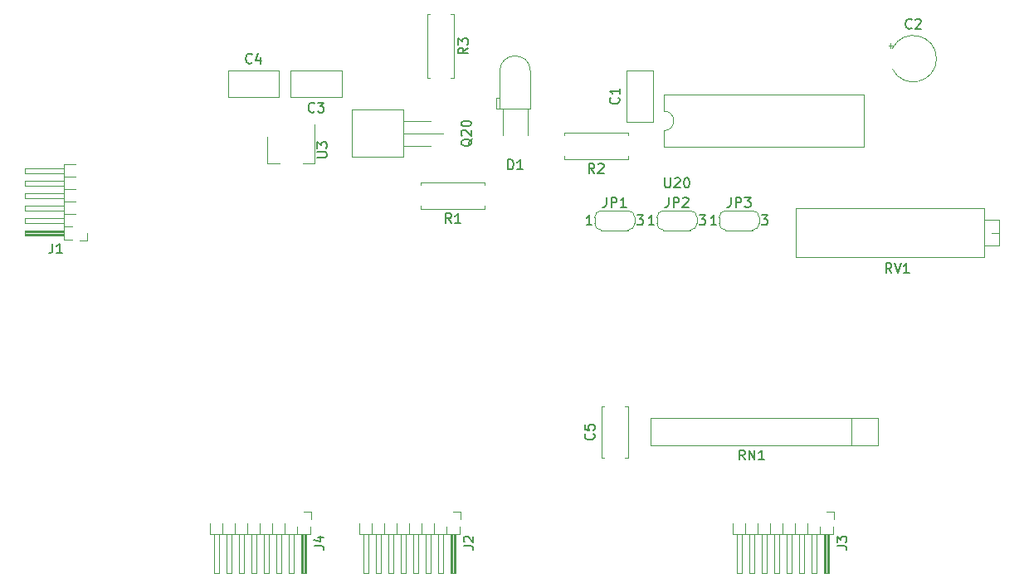
<source format=gbr>
G04 #@! TF.GenerationSoftware,KiCad,Pcbnew,5.1.3-ffb9f22~84~ubuntu16.04.1*
G04 #@! TF.CreationDate,2019-07-26T22:48:03+02:00*
G04 #@! TF.ProjectId,Raspberry-I2C-LCD-and-Keypad,52617370-6265-4727-9279-2d4932432d4c,rev?*
G04 #@! TF.SameCoordinates,Original*
G04 #@! TF.FileFunction,Legend,Top*
G04 #@! TF.FilePolarity,Positive*
%FSLAX46Y46*%
G04 Gerber Fmt 4.6, Leading zero omitted, Abs format (unit mm)*
G04 Created by KiCad (PCBNEW 5.1.3-ffb9f22~84~ubuntu16.04.1) date 2019-07-26 22:48:03*
%MOMM*%
%LPD*%
G04 APERTURE LIST*
%ADD10C,0.120000*%
%ADD11C,0.150000*%
G04 APERTURE END LIST*
D10*
X149760000Y-83760000D02*
X152500000Y-83760000D01*
X149760000Y-89000000D02*
X152500000Y-89000000D01*
X152500000Y-89000000D02*
X152500000Y-83760000D01*
X149760000Y-89000000D02*
X149760000Y-83760000D01*
X176737712Y-80990000D02*
X176737712Y-81440000D01*
X176512712Y-81215000D02*
X176962712Y-81215000D01*
X176930260Y-83610000D02*
G75*
G03X176930259Y-81490000I2119740J1060000D01*
G01*
X115510000Y-86460000D02*
X115510000Y-83720000D01*
X120750000Y-86460000D02*
X120750000Y-83720000D01*
X120750000Y-83720000D02*
X115510000Y-83720000D01*
X120750000Y-86460000D02*
X115510000Y-86460000D01*
X114360000Y-83720000D02*
X114360000Y-86460000D01*
X109120000Y-83720000D02*
X109120000Y-86460000D01*
X109120000Y-86460000D02*
X114360000Y-86460000D01*
X109120000Y-83720000D02*
X114360000Y-83720000D01*
X137160000Y-90360000D02*
X137160000Y-90360000D01*
X137160000Y-87690000D02*
X137160000Y-90360000D01*
X137160000Y-87690000D02*
X137160000Y-87690000D01*
X137160000Y-90360000D02*
X137160000Y-87690000D01*
X139700000Y-90360000D02*
X139700000Y-90360000D01*
X139700000Y-87690000D02*
X139700000Y-90360000D01*
X139700000Y-87690000D02*
X139700000Y-87690000D01*
X139700000Y-90360000D02*
X139700000Y-87690000D01*
X136870000Y-87690000D02*
X136470000Y-87690000D01*
X136870000Y-86570000D02*
X136870000Y-87690000D01*
X136470000Y-86570000D02*
X136870000Y-86570000D01*
X136470000Y-87690000D02*
X136470000Y-86570000D01*
X139990000Y-87690000D02*
X136870000Y-87690000D01*
X136870000Y-87690000D02*
X136870000Y-83830000D01*
X139990000Y-87690000D02*
X139990000Y-83830000D01*
X136870000Y-83830000D02*
G75*
G02X139990000Y-83830000I1560000J0D01*
G01*
X94740000Y-101090000D02*
X93980000Y-101090000D01*
X94740000Y-100330000D02*
X94740000Y-101090000D01*
X88420000Y-93720000D02*
X92420000Y-93720000D01*
X88420000Y-94240000D02*
X88420000Y-93720000D01*
X92420000Y-94240000D02*
X88420000Y-94240000D01*
X93540000Y-94630323D02*
X93540000Y-94599677D01*
X93540000Y-94615000D02*
X92420000Y-94615000D01*
X88420000Y-94990000D02*
X92420000Y-94990000D01*
X88420000Y-95510000D02*
X88420000Y-94990000D01*
X92420000Y-95510000D02*
X88420000Y-95510000D01*
X93540000Y-95900323D02*
X93540000Y-95869677D01*
X93540000Y-95885000D02*
X92420000Y-95885000D01*
X88420000Y-96260000D02*
X92420000Y-96260000D01*
X88420000Y-96780000D02*
X88420000Y-96260000D01*
X92420000Y-96780000D02*
X88420000Y-96780000D01*
X93540000Y-97170323D02*
X93540000Y-97139677D01*
X93540000Y-97155000D02*
X92420000Y-97155000D01*
X88420000Y-97530000D02*
X92420000Y-97530000D01*
X88420000Y-98050000D02*
X88420000Y-97530000D01*
X92420000Y-98050000D02*
X88420000Y-98050000D01*
X93540000Y-98440323D02*
X93540000Y-98409677D01*
X93540000Y-98425000D02*
X92420000Y-98425000D01*
X88420000Y-98800000D02*
X92420000Y-98800000D01*
X88420000Y-99320000D02*
X88420000Y-98800000D01*
X92420000Y-99320000D02*
X88420000Y-99320000D01*
X93220000Y-99695000D02*
X92420000Y-99695000D01*
X92420000Y-100170000D02*
X88420000Y-100170000D01*
X92420000Y-100290000D02*
X88420000Y-100290000D01*
X92420000Y-100410000D02*
X88420000Y-100410000D01*
X92420000Y-100530000D02*
X88420000Y-100530000D01*
X88420000Y-100070000D02*
X92420000Y-100070000D01*
X88420000Y-100590000D02*
X88420000Y-100070000D01*
X92420000Y-100590000D02*
X88420000Y-100590000D01*
X93540000Y-93285000D02*
X93540000Y-93360323D01*
X92420000Y-93285000D02*
X93540000Y-93285000D01*
X92420000Y-101025000D02*
X92420000Y-93285000D01*
X93220000Y-101025000D02*
X92420000Y-101025000D01*
X132840000Y-128780000D02*
X132840000Y-129540000D01*
X132080000Y-128780000D02*
X132840000Y-128780000D01*
X122930000Y-135100000D02*
X122930000Y-131100000D01*
X123450000Y-135100000D02*
X122930000Y-135100000D01*
X123450000Y-131100000D02*
X123450000Y-135100000D01*
X123840323Y-129980000D02*
X123809677Y-129980000D01*
X123825000Y-129980000D02*
X123825000Y-131100000D01*
X124200000Y-135100000D02*
X124200000Y-131100000D01*
X124720000Y-135100000D02*
X124200000Y-135100000D01*
X124720000Y-131100000D02*
X124720000Y-135100000D01*
X125110323Y-129980000D02*
X125079677Y-129980000D01*
X125095000Y-129980000D02*
X125095000Y-131100000D01*
X125470000Y-135100000D02*
X125470000Y-131100000D01*
X125990000Y-135100000D02*
X125470000Y-135100000D01*
X125990000Y-131100000D02*
X125990000Y-135100000D01*
X126380323Y-129980000D02*
X126349677Y-129980000D01*
X126365000Y-129980000D02*
X126365000Y-131100000D01*
X126740000Y-135100000D02*
X126740000Y-131100000D01*
X127260000Y-135100000D02*
X126740000Y-135100000D01*
X127260000Y-131100000D02*
X127260000Y-135100000D01*
X127650323Y-129980000D02*
X127619677Y-129980000D01*
X127635000Y-129980000D02*
X127635000Y-131100000D01*
X128010000Y-135100000D02*
X128010000Y-131100000D01*
X128530000Y-135100000D02*
X128010000Y-135100000D01*
X128530000Y-131100000D02*
X128530000Y-135100000D01*
X128920323Y-129980000D02*
X128889677Y-129980000D01*
X128905000Y-129980000D02*
X128905000Y-131100000D01*
X129280000Y-135100000D02*
X129280000Y-131100000D01*
X129800000Y-135100000D02*
X129280000Y-135100000D01*
X129800000Y-131100000D02*
X129800000Y-135100000D01*
X130190323Y-129980000D02*
X130159677Y-129980000D01*
X130175000Y-129980000D02*
X130175000Y-131100000D01*
X130550000Y-135100000D02*
X130550000Y-131100000D01*
X131070000Y-135100000D02*
X130550000Y-135100000D01*
X131070000Y-131100000D02*
X131070000Y-135100000D01*
X131445000Y-130300000D02*
X131445000Y-131100000D01*
X131920000Y-131100000D02*
X131920000Y-135100000D01*
X132040000Y-131100000D02*
X132040000Y-135100000D01*
X132160000Y-131100000D02*
X132160000Y-135100000D01*
X132280000Y-131100000D02*
X132280000Y-135100000D01*
X131820000Y-135100000D02*
X131820000Y-131100000D01*
X132340000Y-135100000D02*
X131820000Y-135100000D01*
X132340000Y-131100000D02*
X132340000Y-135100000D01*
X122495000Y-129980000D02*
X122570323Y-129980000D01*
X122495000Y-131100000D02*
X122495000Y-129980000D01*
X132775000Y-131100000D02*
X122495000Y-131100000D01*
X132775000Y-130300000D02*
X132775000Y-131100000D01*
X170940000Y-128780000D02*
X170940000Y-129540000D01*
X170180000Y-128780000D02*
X170940000Y-128780000D01*
X161030000Y-135100000D02*
X161030000Y-131100000D01*
X161550000Y-135100000D02*
X161030000Y-135100000D01*
X161550000Y-131100000D02*
X161550000Y-135100000D01*
X161940323Y-129980000D02*
X161909677Y-129980000D01*
X161925000Y-129980000D02*
X161925000Y-131100000D01*
X162300000Y-135100000D02*
X162300000Y-131100000D01*
X162820000Y-135100000D02*
X162300000Y-135100000D01*
X162820000Y-131100000D02*
X162820000Y-135100000D01*
X163210323Y-129980000D02*
X163179677Y-129980000D01*
X163195000Y-129980000D02*
X163195000Y-131100000D01*
X163570000Y-135100000D02*
X163570000Y-131100000D01*
X164090000Y-135100000D02*
X163570000Y-135100000D01*
X164090000Y-131100000D02*
X164090000Y-135100000D01*
X164480323Y-129980000D02*
X164449677Y-129980000D01*
X164465000Y-129980000D02*
X164465000Y-131100000D01*
X164840000Y-135100000D02*
X164840000Y-131100000D01*
X165360000Y-135100000D02*
X164840000Y-135100000D01*
X165360000Y-131100000D02*
X165360000Y-135100000D01*
X165750323Y-129980000D02*
X165719677Y-129980000D01*
X165735000Y-129980000D02*
X165735000Y-131100000D01*
X166110000Y-135100000D02*
X166110000Y-131100000D01*
X166630000Y-135100000D02*
X166110000Y-135100000D01*
X166630000Y-131100000D02*
X166630000Y-135100000D01*
X167020323Y-129980000D02*
X166989677Y-129980000D01*
X167005000Y-129980000D02*
X167005000Y-131100000D01*
X167380000Y-135100000D02*
X167380000Y-131100000D01*
X167900000Y-135100000D02*
X167380000Y-135100000D01*
X167900000Y-131100000D02*
X167900000Y-135100000D01*
X168290323Y-129980000D02*
X168259677Y-129980000D01*
X168275000Y-129980000D02*
X168275000Y-131100000D01*
X168650000Y-135100000D02*
X168650000Y-131100000D01*
X169170000Y-135100000D02*
X168650000Y-135100000D01*
X169170000Y-131100000D02*
X169170000Y-135100000D01*
X169545000Y-130300000D02*
X169545000Y-131100000D01*
X170020000Y-131100000D02*
X170020000Y-135100000D01*
X170140000Y-131100000D02*
X170140000Y-135100000D01*
X170260000Y-131100000D02*
X170260000Y-135100000D01*
X170380000Y-131100000D02*
X170380000Y-135100000D01*
X169920000Y-135100000D02*
X169920000Y-131100000D01*
X170440000Y-135100000D02*
X169920000Y-135100000D01*
X170440000Y-131100000D02*
X170440000Y-135100000D01*
X160595000Y-129980000D02*
X160670323Y-129980000D01*
X160595000Y-131100000D02*
X160595000Y-129980000D01*
X170875000Y-131100000D02*
X160595000Y-131100000D01*
X170875000Y-130300000D02*
X170875000Y-131100000D01*
X117600000Y-128780000D02*
X117600000Y-129540000D01*
X116840000Y-128780000D02*
X117600000Y-128780000D01*
X107690000Y-135100000D02*
X107690000Y-131100000D01*
X108210000Y-135100000D02*
X107690000Y-135100000D01*
X108210000Y-131100000D02*
X108210000Y-135100000D01*
X108600323Y-129980000D02*
X108569677Y-129980000D01*
X108585000Y-129980000D02*
X108585000Y-131100000D01*
X108960000Y-135100000D02*
X108960000Y-131100000D01*
X109480000Y-135100000D02*
X108960000Y-135100000D01*
X109480000Y-131100000D02*
X109480000Y-135100000D01*
X109870323Y-129980000D02*
X109839677Y-129980000D01*
X109855000Y-129980000D02*
X109855000Y-131100000D01*
X110230000Y-135100000D02*
X110230000Y-131100000D01*
X110750000Y-135100000D02*
X110230000Y-135100000D01*
X110750000Y-131100000D02*
X110750000Y-135100000D01*
X111140323Y-129980000D02*
X111109677Y-129980000D01*
X111125000Y-129980000D02*
X111125000Y-131100000D01*
X111500000Y-135100000D02*
X111500000Y-131100000D01*
X112020000Y-135100000D02*
X111500000Y-135100000D01*
X112020000Y-131100000D02*
X112020000Y-135100000D01*
X112410323Y-129980000D02*
X112379677Y-129980000D01*
X112395000Y-129980000D02*
X112395000Y-131100000D01*
X112770000Y-135100000D02*
X112770000Y-131100000D01*
X113290000Y-135100000D02*
X112770000Y-135100000D01*
X113290000Y-131100000D02*
X113290000Y-135100000D01*
X113680323Y-129980000D02*
X113649677Y-129980000D01*
X113665000Y-129980000D02*
X113665000Y-131100000D01*
X114040000Y-135100000D02*
X114040000Y-131100000D01*
X114560000Y-135100000D02*
X114040000Y-135100000D01*
X114560000Y-131100000D02*
X114560000Y-135100000D01*
X114950323Y-129980000D02*
X114919677Y-129980000D01*
X114935000Y-129980000D02*
X114935000Y-131100000D01*
X115310000Y-135100000D02*
X115310000Y-131100000D01*
X115830000Y-135100000D02*
X115310000Y-135100000D01*
X115830000Y-131100000D02*
X115830000Y-135100000D01*
X116205000Y-130300000D02*
X116205000Y-131100000D01*
X116680000Y-131100000D02*
X116680000Y-135100000D01*
X116800000Y-131100000D02*
X116800000Y-135100000D01*
X116920000Y-131100000D02*
X116920000Y-135100000D01*
X117040000Y-131100000D02*
X117040000Y-135100000D01*
X116580000Y-135100000D02*
X116580000Y-131100000D01*
X117100000Y-135100000D02*
X116580000Y-135100000D01*
X117100000Y-131100000D02*
X117100000Y-135100000D01*
X107255000Y-129980000D02*
X107330323Y-129980000D01*
X107255000Y-131100000D02*
X107255000Y-129980000D01*
X117535000Y-131100000D02*
X107255000Y-131100000D01*
X117535000Y-130300000D02*
X117535000Y-131100000D01*
X146540000Y-98760000D02*
G75*
G02X147240000Y-98060000I700000J0D01*
G01*
X147240000Y-100060000D02*
G75*
G02X146540000Y-99360000I0J700000D01*
G01*
X150640000Y-99360000D02*
G75*
G02X149940000Y-100060000I-700000J0D01*
G01*
X149940000Y-98060000D02*
G75*
G02X150640000Y-98760000I0J-700000D01*
G01*
X147190000Y-98060000D02*
X149990000Y-98060000D01*
X150640000Y-98760000D02*
X150640000Y-99360000D01*
X149990000Y-100060000D02*
X147190000Y-100060000D01*
X146540000Y-99360000D02*
X146540000Y-98760000D01*
X152890000Y-98760000D02*
G75*
G02X153590000Y-98060000I700000J0D01*
G01*
X153590000Y-100060000D02*
G75*
G02X152890000Y-99360000I0J700000D01*
G01*
X156990000Y-99360000D02*
G75*
G02X156290000Y-100060000I-700000J0D01*
G01*
X156290000Y-98060000D02*
G75*
G02X156990000Y-98760000I0J-700000D01*
G01*
X153540000Y-98060000D02*
X156340000Y-98060000D01*
X156990000Y-98760000D02*
X156990000Y-99360000D01*
X156340000Y-100060000D02*
X153540000Y-100060000D01*
X152890000Y-99360000D02*
X152890000Y-98760000D01*
X159240000Y-98760000D02*
G75*
G02X159940000Y-98060000I700000J0D01*
G01*
X159940000Y-100060000D02*
G75*
G02X159240000Y-99360000I0J700000D01*
G01*
X163340000Y-99360000D02*
G75*
G02X162640000Y-100060000I-700000J0D01*
G01*
X162640000Y-98060000D02*
G75*
G02X163340000Y-98760000I0J-700000D01*
G01*
X159890000Y-98060000D02*
X162690000Y-98060000D01*
X163340000Y-98760000D02*
X163340000Y-99360000D01*
X162690000Y-100060000D02*
X159890000Y-100060000D01*
X159240000Y-99360000D02*
X159240000Y-98760000D01*
X121810000Y-87770000D02*
X127000000Y-87770000D01*
X121810000Y-92570000D02*
X121810000Y-87770000D01*
X127000000Y-92570000D02*
X121810000Y-92570000D01*
X127000000Y-87770000D02*
X127000000Y-92570000D01*
X129790000Y-91440000D02*
X127000000Y-91440000D01*
X131060000Y-90170000D02*
X127000000Y-90170000D01*
X129790000Y-88900000D02*
X127000000Y-88900000D01*
X128810000Y-95150000D02*
X128810000Y-95480000D01*
X135350000Y-95150000D02*
X128810000Y-95150000D01*
X135350000Y-95480000D02*
X135350000Y-95150000D01*
X128810000Y-97890000D02*
X128810000Y-97560000D01*
X135350000Y-97890000D02*
X128810000Y-97890000D01*
X135350000Y-97560000D02*
X135350000Y-97890000D01*
X149955000Y-92480000D02*
X149955000Y-92810000D01*
X149955000Y-92810000D02*
X143415000Y-92810000D01*
X143415000Y-92810000D02*
X143415000Y-92480000D01*
X149955000Y-90400000D02*
X149955000Y-90070000D01*
X149955000Y-90070000D02*
X143415000Y-90070000D01*
X143415000Y-90070000D02*
X143415000Y-90400000D01*
X129440000Y-84550000D02*
X129770000Y-84550000D01*
X129440000Y-78010000D02*
X129440000Y-84550000D01*
X129770000Y-78010000D02*
X129440000Y-78010000D01*
X132180000Y-84550000D02*
X131850000Y-84550000D01*
X132180000Y-78010000D02*
X132180000Y-84550000D01*
X131850000Y-78010000D02*
X132180000Y-78010000D01*
X172720000Y-122050000D02*
X172720000Y-119250000D01*
X152230000Y-122050000D02*
X175430000Y-122050000D01*
X152230000Y-119250000D02*
X152230000Y-122050000D01*
X175430000Y-119250000D02*
X152230000Y-119250000D01*
X175430000Y-122050000D02*
X175430000Y-119250000D01*
X187820000Y-100330000D02*
X187061000Y-100330000D01*
X186301000Y-101630000D02*
X186301000Y-99030000D01*
X187820000Y-101630000D02*
X187820000Y-99030000D01*
X187820000Y-99030000D02*
X186301000Y-99030000D01*
X187820000Y-101630000D02*
X186301000Y-101630000D01*
X167060000Y-102850000D02*
X167060000Y-97810000D01*
X186300000Y-102850000D02*
X186300000Y-97810000D01*
X186300000Y-97810000D02*
X167060000Y-97810000D01*
X186300000Y-102850000D02*
X167060000Y-102850000D01*
X153610000Y-86250000D02*
X153610000Y-87900000D01*
X174050000Y-86250000D02*
X153610000Y-86250000D01*
X174050000Y-91550000D02*
X174050000Y-86250000D01*
X153610000Y-91550000D02*
X174050000Y-91550000D01*
X153610000Y-89900000D02*
X153610000Y-91550000D01*
X153610000Y-87900000D02*
G75*
G02X153610000Y-89900000I0J-1000000D01*
G01*
X149645000Y-118070000D02*
X149960000Y-118070000D01*
X147220000Y-118070000D02*
X147535000Y-118070000D01*
X149645000Y-123310000D02*
X149960000Y-123310000D01*
X147220000Y-123310000D02*
X147535000Y-123310000D01*
X149960000Y-123310000D02*
X149960000Y-118070000D01*
X147220000Y-123310000D02*
X147220000Y-118070000D01*
X117970000Y-93220000D02*
X116770000Y-93220000D01*
X117970000Y-89220000D02*
X117970000Y-93220000D01*
X113170000Y-93220000D02*
X113170000Y-90520000D01*
X114370000Y-93220000D02*
X113170000Y-93220000D01*
D11*
X148987142Y-86546666D02*
X149034761Y-86594285D01*
X149082380Y-86737142D01*
X149082380Y-86832380D01*
X149034761Y-86975238D01*
X148939523Y-87070476D01*
X148844285Y-87118095D01*
X148653809Y-87165714D01*
X148510952Y-87165714D01*
X148320476Y-87118095D01*
X148225238Y-87070476D01*
X148130000Y-86975238D01*
X148082380Y-86832380D01*
X148082380Y-86737142D01*
X148130000Y-86594285D01*
X148177619Y-86546666D01*
X149082380Y-85594285D02*
X149082380Y-86165714D01*
X149082380Y-85880000D02*
X148082380Y-85880000D01*
X148225238Y-85975238D01*
X148320476Y-86070476D01*
X148368095Y-86165714D01*
X178883333Y-79407142D02*
X178835714Y-79454761D01*
X178692857Y-79502380D01*
X178597619Y-79502380D01*
X178454761Y-79454761D01*
X178359523Y-79359523D01*
X178311904Y-79264285D01*
X178264285Y-79073809D01*
X178264285Y-78930952D01*
X178311904Y-78740476D01*
X178359523Y-78645238D01*
X178454761Y-78550000D01*
X178597619Y-78502380D01*
X178692857Y-78502380D01*
X178835714Y-78550000D01*
X178883333Y-78597619D01*
X179264285Y-78597619D02*
X179311904Y-78550000D01*
X179407142Y-78502380D01*
X179645238Y-78502380D01*
X179740476Y-78550000D01*
X179788095Y-78597619D01*
X179835714Y-78692857D01*
X179835714Y-78788095D01*
X179788095Y-78930952D01*
X179216666Y-79502380D01*
X179835714Y-79502380D01*
X117963333Y-87947142D02*
X117915714Y-87994761D01*
X117772857Y-88042380D01*
X117677619Y-88042380D01*
X117534761Y-87994761D01*
X117439523Y-87899523D01*
X117391904Y-87804285D01*
X117344285Y-87613809D01*
X117344285Y-87470952D01*
X117391904Y-87280476D01*
X117439523Y-87185238D01*
X117534761Y-87090000D01*
X117677619Y-87042380D01*
X117772857Y-87042380D01*
X117915714Y-87090000D01*
X117963333Y-87137619D01*
X118296666Y-87042380D02*
X118915714Y-87042380D01*
X118582380Y-87423333D01*
X118725238Y-87423333D01*
X118820476Y-87470952D01*
X118868095Y-87518571D01*
X118915714Y-87613809D01*
X118915714Y-87851904D01*
X118868095Y-87947142D01*
X118820476Y-87994761D01*
X118725238Y-88042380D01*
X118439523Y-88042380D01*
X118344285Y-87994761D01*
X118296666Y-87947142D01*
X111573333Y-82947142D02*
X111525714Y-82994761D01*
X111382857Y-83042380D01*
X111287619Y-83042380D01*
X111144761Y-82994761D01*
X111049523Y-82899523D01*
X111001904Y-82804285D01*
X110954285Y-82613809D01*
X110954285Y-82470952D01*
X111001904Y-82280476D01*
X111049523Y-82185238D01*
X111144761Y-82090000D01*
X111287619Y-82042380D01*
X111382857Y-82042380D01*
X111525714Y-82090000D01*
X111573333Y-82137619D01*
X112430476Y-82375714D02*
X112430476Y-83042380D01*
X112192380Y-81994761D02*
X111954285Y-82709047D01*
X112573333Y-82709047D01*
X137691904Y-93852380D02*
X137691904Y-92852380D01*
X137930000Y-92852380D01*
X138072857Y-92900000D01*
X138168095Y-92995238D01*
X138215714Y-93090476D01*
X138263333Y-93280952D01*
X138263333Y-93423809D01*
X138215714Y-93614285D01*
X138168095Y-93709523D01*
X138072857Y-93804761D01*
X137930000Y-93852380D01*
X137691904Y-93852380D01*
X139215714Y-93852380D02*
X138644285Y-93852380D01*
X138930000Y-93852380D02*
X138930000Y-92852380D01*
X138834761Y-92995238D01*
X138739523Y-93090476D01*
X138644285Y-93138095D01*
X91214166Y-101417380D02*
X91214166Y-102131666D01*
X91166547Y-102274523D01*
X91071309Y-102369761D01*
X90928452Y-102417380D01*
X90833214Y-102417380D01*
X92214166Y-102417380D02*
X91642738Y-102417380D01*
X91928452Y-102417380D02*
X91928452Y-101417380D01*
X91833214Y-101560238D01*
X91737976Y-101655476D01*
X91642738Y-101703095D01*
X133167380Y-132305833D02*
X133881666Y-132305833D01*
X134024523Y-132353452D01*
X134119761Y-132448690D01*
X134167380Y-132591547D01*
X134167380Y-132686785D01*
X133262619Y-131877261D02*
X133215000Y-131829642D01*
X133167380Y-131734404D01*
X133167380Y-131496309D01*
X133215000Y-131401071D01*
X133262619Y-131353452D01*
X133357857Y-131305833D01*
X133453095Y-131305833D01*
X133595952Y-131353452D01*
X134167380Y-131924880D01*
X134167380Y-131305833D01*
X171267380Y-132305833D02*
X171981666Y-132305833D01*
X172124523Y-132353452D01*
X172219761Y-132448690D01*
X172267380Y-132591547D01*
X172267380Y-132686785D01*
X171267380Y-131924880D02*
X171267380Y-131305833D01*
X171648333Y-131639166D01*
X171648333Y-131496309D01*
X171695952Y-131401071D01*
X171743571Y-131353452D01*
X171838809Y-131305833D01*
X172076904Y-131305833D01*
X172172142Y-131353452D01*
X172219761Y-131401071D01*
X172267380Y-131496309D01*
X172267380Y-131782023D01*
X172219761Y-131877261D01*
X172172142Y-131924880D01*
X117927380Y-132305833D02*
X118641666Y-132305833D01*
X118784523Y-132353452D01*
X118879761Y-132448690D01*
X118927380Y-132591547D01*
X118927380Y-132686785D01*
X118260714Y-131401071D02*
X118927380Y-131401071D01*
X117879761Y-131639166D02*
X118594047Y-131877261D01*
X118594047Y-131258214D01*
X147756666Y-96712380D02*
X147756666Y-97426666D01*
X147709047Y-97569523D01*
X147613809Y-97664761D01*
X147470952Y-97712380D01*
X147375714Y-97712380D01*
X148232857Y-97712380D02*
X148232857Y-96712380D01*
X148613809Y-96712380D01*
X148709047Y-96760000D01*
X148756666Y-96807619D01*
X148804285Y-96902857D01*
X148804285Y-97045714D01*
X148756666Y-97140952D01*
X148709047Y-97188571D01*
X148613809Y-97236190D01*
X148232857Y-97236190D01*
X149756666Y-97712380D02*
X149185238Y-97712380D01*
X149470952Y-97712380D02*
X149470952Y-96712380D01*
X149375714Y-96855238D01*
X149280476Y-96950476D01*
X149185238Y-96998095D01*
X146275714Y-99512380D02*
X145704285Y-99512380D01*
X145990000Y-99512380D02*
X145990000Y-98512380D01*
X145894761Y-98655238D01*
X145799523Y-98750476D01*
X145704285Y-98798095D01*
X150856666Y-98512380D02*
X151475714Y-98512380D01*
X151142380Y-98893333D01*
X151285238Y-98893333D01*
X151380476Y-98940952D01*
X151428095Y-98988571D01*
X151475714Y-99083809D01*
X151475714Y-99321904D01*
X151428095Y-99417142D01*
X151380476Y-99464761D01*
X151285238Y-99512380D01*
X150999523Y-99512380D01*
X150904285Y-99464761D01*
X150856666Y-99417142D01*
X154106666Y-96712380D02*
X154106666Y-97426666D01*
X154059047Y-97569523D01*
X153963809Y-97664761D01*
X153820952Y-97712380D01*
X153725714Y-97712380D01*
X154582857Y-97712380D02*
X154582857Y-96712380D01*
X154963809Y-96712380D01*
X155059047Y-96760000D01*
X155106666Y-96807619D01*
X155154285Y-96902857D01*
X155154285Y-97045714D01*
X155106666Y-97140952D01*
X155059047Y-97188571D01*
X154963809Y-97236190D01*
X154582857Y-97236190D01*
X155535238Y-96807619D02*
X155582857Y-96760000D01*
X155678095Y-96712380D01*
X155916190Y-96712380D01*
X156011428Y-96760000D01*
X156059047Y-96807619D01*
X156106666Y-96902857D01*
X156106666Y-96998095D01*
X156059047Y-97140952D01*
X155487619Y-97712380D01*
X156106666Y-97712380D01*
X152625714Y-99512380D02*
X152054285Y-99512380D01*
X152340000Y-99512380D02*
X152340000Y-98512380D01*
X152244761Y-98655238D01*
X152149523Y-98750476D01*
X152054285Y-98798095D01*
X157206666Y-98512380D02*
X157825714Y-98512380D01*
X157492380Y-98893333D01*
X157635238Y-98893333D01*
X157730476Y-98940952D01*
X157778095Y-98988571D01*
X157825714Y-99083809D01*
X157825714Y-99321904D01*
X157778095Y-99417142D01*
X157730476Y-99464761D01*
X157635238Y-99512380D01*
X157349523Y-99512380D01*
X157254285Y-99464761D01*
X157206666Y-99417142D01*
X160456666Y-96712380D02*
X160456666Y-97426666D01*
X160409047Y-97569523D01*
X160313809Y-97664761D01*
X160170952Y-97712380D01*
X160075714Y-97712380D01*
X160932857Y-97712380D02*
X160932857Y-96712380D01*
X161313809Y-96712380D01*
X161409047Y-96760000D01*
X161456666Y-96807619D01*
X161504285Y-96902857D01*
X161504285Y-97045714D01*
X161456666Y-97140952D01*
X161409047Y-97188571D01*
X161313809Y-97236190D01*
X160932857Y-97236190D01*
X161837619Y-96712380D02*
X162456666Y-96712380D01*
X162123333Y-97093333D01*
X162266190Y-97093333D01*
X162361428Y-97140952D01*
X162409047Y-97188571D01*
X162456666Y-97283809D01*
X162456666Y-97521904D01*
X162409047Y-97617142D01*
X162361428Y-97664761D01*
X162266190Y-97712380D01*
X161980476Y-97712380D01*
X161885238Y-97664761D01*
X161837619Y-97617142D01*
X158975714Y-99512380D02*
X158404285Y-99512380D01*
X158690000Y-99512380D02*
X158690000Y-98512380D01*
X158594761Y-98655238D01*
X158499523Y-98750476D01*
X158404285Y-98798095D01*
X163556666Y-98512380D02*
X164175714Y-98512380D01*
X163842380Y-98893333D01*
X163985238Y-98893333D01*
X164080476Y-98940952D01*
X164128095Y-98988571D01*
X164175714Y-99083809D01*
X164175714Y-99321904D01*
X164128095Y-99417142D01*
X164080476Y-99464761D01*
X163985238Y-99512380D01*
X163699523Y-99512380D01*
X163604285Y-99464761D01*
X163556666Y-99417142D01*
X134027619Y-90741428D02*
X133980000Y-90836666D01*
X133884761Y-90931904D01*
X133741904Y-91074761D01*
X133694285Y-91170000D01*
X133694285Y-91265238D01*
X133932380Y-91217619D02*
X133884761Y-91312857D01*
X133789523Y-91408095D01*
X133599047Y-91455714D01*
X133265714Y-91455714D01*
X133075238Y-91408095D01*
X132980000Y-91312857D01*
X132932380Y-91217619D01*
X132932380Y-91027142D01*
X132980000Y-90931904D01*
X133075238Y-90836666D01*
X133265714Y-90789047D01*
X133599047Y-90789047D01*
X133789523Y-90836666D01*
X133884761Y-90931904D01*
X133932380Y-91027142D01*
X133932380Y-91217619D01*
X133027619Y-90408095D02*
X132980000Y-90360476D01*
X132932380Y-90265238D01*
X132932380Y-90027142D01*
X132980000Y-89931904D01*
X133027619Y-89884285D01*
X133122857Y-89836666D01*
X133218095Y-89836666D01*
X133360952Y-89884285D01*
X133932380Y-90455714D01*
X133932380Y-89836666D01*
X132932380Y-89217619D02*
X132932380Y-89122380D01*
X132980000Y-89027142D01*
X133027619Y-88979523D01*
X133122857Y-88931904D01*
X133313333Y-88884285D01*
X133551428Y-88884285D01*
X133741904Y-88931904D01*
X133837142Y-88979523D01*
X133884761Y-89027142D01*
X133932380Y-89122380D01*
X133932380Y-89217619D01*
X133884761Y-89312857D01*
X133837142Y-89360476D01*
X133741904Y-89408095D01*
X133551428Y-89455714D01*
X133313333Y-89455714D01*
X133122857Y-89408095D01*
X133027619Y-89360476D01*
X132980000Y-89312857D01*
X132932380Y-89217619D01*
X131913333Y-99342380D02*
X131580000Y-98866190D01*
X131341904Y-99342380D02*
X131341904Y-98342380D01*
X131722857Y-98342380D01*
X131818095Y-98390000D01*
X131865714Y-98437619D01*
X131913333Y-98532857D01*
X131913333Y-98675714D01*
X131865714Y-98770952D01*
X131818095Y-98818571D01*
X131722857Y-98866190D01*
X131341904Y-98866190D01*
X132865714Y-99342380D02*
X132294285Y-99342380D01*
X132580000Y-99342380D02*
X132580000Y-98342380D01*
X132484761Y-98485238D01*
X132389523Y-98580476D01*
X132294285Y-98628095D01*
X146518333Y-94262380D02*
X146185000Y-93786190D01*
X145946904Y-94262380D02*
X145946904Y-93262380D01*
X146327857Y-93262380D01*
X146423095Y-93310000D01*
X146470714Y-93357619D01*
X146518333Y-93452857D01*
X146518333Y-93595714D01*
X146470714Y-93690952D01*
X146423095Y-93738571D01*
X146327857Y-93786190D01*
X145946904Y-93786190D01*
X146899285Y-93357619D02*
X146946904Y-93310000D01*
X147042142Y-93262380D01*
X147280238Y-93262380D01*
X147375476Y-93310000D01*
X147423095Y-93357619D01*
X147470714Y-93452857D01*
X147470714Y-93548095D01*
X147423095Y-93690952D01*
X146851666Y-94262380D01*
X147470714Y-94262380D01*
X133632380Y-81446666D02*
X133156190Y-81780000D01*
X133632380Y-82018095D02*
X132632380Y-82018095D01*
X132632380Y-81637142D01*
X132680000Y-81541904D01*
X132727619Y-81494285D01*
X132822857Y-81446666D01*
X132965714Y-81446666D01*
X133060952Y-81494285D01*
X133108571Y-81541904D01*
X133156190Y-81637142D01*
X133156190Y-82018095D01*
X132632380Y-81113333D02*
X132632380Y-80494285D01*
X133013333Y-80827619D01*
X133013333Y-80684761D01*
X133060952Y-80589523D01*
X133108571Y-80541904D01*
X133203809Y-80494285D01*
X133441904Y-80494285D01*
X133537142Y-80541904D01*
X133584761Y-80589523D01*
X133632380Y-80684761D01*
X133632380Y-80970476D01*
X133584761Y-81065714D01*
X133537142Y-81113333D01*
X161869523Y-123502380D02*
X161536190Y-123026190D01*
X161298095Y-123502380D02*
X161298095Y-122502380D01*
X161679047Y-122502380D01*
X161774285Y-122550000D01*
X161821904Y-122597619D01*
X161869523Y-122692857D01*
X161869523Y-122835714D01*
X161821904Y-122930952D01*
X161774285Y-122978571D01*
X161679047Y-123026190D01*
X161298095Y-123026190D01*
X162298095Y-123502380D02*
X162298095Y-122502380D01*
X162869523Y-123502380D01*
X162869523Y-122502380D01*
X163869523Y-123502380D02*
X163298095Y-123502380D01*
X163583809Y-123502380D02*
X163583809Y-122502380D01*
X163488571Y-122645238D01*
X163393333Y-122740476D01*
X163298095Y-122788095D01*
X176844761Y-104432380D02*
X176511428Y-103956190D01*
X176273333Y-104432380D02*
X176273333Y-103432380D01*
X176654285Y-103432380D01*
X176749523Y-103480000D01*
X176797142Y-103527619D01*
X176844761Y-103622857D01*
X176844761Y-103765714D01*
X176797142Y-103860952D01*
X176749523Y-103908571D01*
X176654285Y-103956190D01*
X176273333Y-103956190D01*
X177130476Y-103432380D02*
X177463809Y-104432380D01*
X177797142Y-103432380D01*
X178654285Y-104432380D02*
X178082857Y-104432380D01*
X178368571Y-104432380D02*
X178368571Y-103432380D01*
X178273333Y-103575238D01*
X178178095Y-103670476D01*
X178082857Y-103718095D01*
X153701904Y-94702380D02*
X153701904Y-95511904D01*
X153749523Y-95607142D01*
X153797142Y-95654761D01*
X153892380Y-95702380D01*
X154082857Y-95702380D01*
X154178095Y-95654761D01*
X154225714Y-95607142D01*
X154273333Y-95511904D01*
X154273333Y-94702380D01*
X154701904Y-94797619D02*
X154749523Y-94750000D01*
X154844761Y-94702380D01*
X155082857Y-94702380D01*
X155178095Y-94750000D01*
X155225714Y-94797619D01*
X155273333Y-94892857D01*
X155273333Y-94988095D01*
X155225714Y-95130952D01*
X154654285Y-95702380D01*
X155273333Y-95702380D01*
X155892380Y-94702380D02*
X155987619Y-94702380D01*
X156082857Y-94750000D01*
X156130476Y-94797619D01*
X156178095Y-94892857D01*
X156225714Y-95083333D01*
X156225714Y-95321428D01*
X156178095Y-95511904D01*
X156130476Y-95607142D01*
X156082857Y-95654761D01*
X155987619Y-95702380D01*
X155892380Y-95702380D01*
X155797142Y-95654761D01*
X155749523Y-95607142D01*
X155701904Y-95511904D01*
X155654285Y-95321428D01*
X155654285Y-95083333D01*
X155701904Y-94892857D01*
X155749523Y-94797619D01*
X155797142Y-94750000D01*
X155892380Y-94702380D01*
X146447142Y-120856666D02*
X146494761Y-120904285D01*
X146542380Y-121047142D01*
X146542380Y-121142380D01*
X146494761Y-121285238D01*
X146399523Y-121380476D01*
X146304285Y-121428095D01*
X146113809Y-121475714D01*
X145970952Y-121475714D01*
X145780476Y-121428095D01*
X145685238Y-121380476D01*
X145590000Y-121285238D01*
X145542380Y-121142380D01*
X145542380Y-121047142D01*
X145590000Y-120904285D01*
X145637619Y-120856666D01*
X145542380Y-119951904D02*
X145542380Y-120428095D01*
X146018571Y-120475714D01*
X145970952Y-120428095D01*
X145923333Y-120332857D01*
X145923333Y-120094761D01*
X145970952Y-119999523D01*
X146018571Y-119951904D01*
X146113809Y-119904285D01*
X146351904Y-119904285D01*
X146447142Y-119951904D01*
X146494761Y-119999523D01*
X146542380Y-120094761D01*
X146542380Y-120332857D01*
X146494761Y-120428095D01*
X146447142Y-120475714D01*
X118222380Y-92651904D02*
X119031904Y-92651904D01*
X119127142Y-92604285D01*
X119174761Y-92556666D01*
X119222380Y-92461428D01*
X119222380Y-92270952D01*
X119174761Y-92175714D01*
X119127142Y-92128095D01*
X119031904Y-92080476D01*
X118222380Y-92080476D01*
X118222380Y-91699523D02*
X118222380Y-91080476D01*
X118603333Y-91413809D01*
X118603333Y-91270952D01*
X118650952Y-91175714D01*
X118698571Y-91128095D01*
X118793809Y-91080476D01*
X119031904Y-91080476D01*
X119127142Y-91128095D01*
X119174761Y-91175714D01*
X119222380Y-91270952D01*
X119222380Y-91556666D01*
X119174761Y-91651904D01*
X119127142Y-91699523D01*
M02*

</source>
